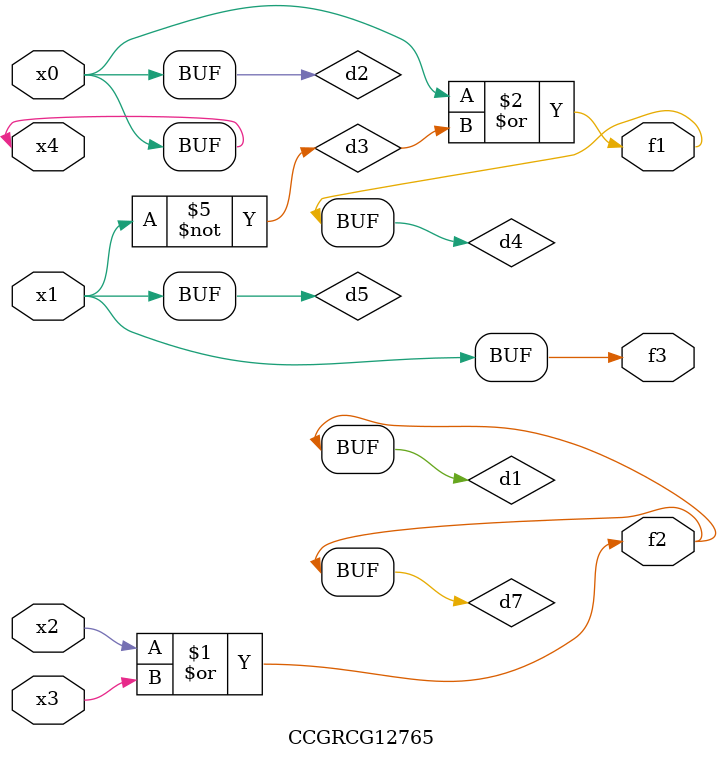
<source format=v>
module CCGRCG12765(
	input x0, x1, x2, x3, x4,
	output f1, f2, f3
);

	wire d1, d2, d3, d4, d5, d6, d7;

	or (d1, x2, x3);
	buf (d2, x0, x4);
	not (d3, x1);
	or (d4, d2, d3);
	not (d5, d3);
	nand (d6, d1, d3);
	or (d7, d1);
	assign f1 = d4;
	assign f2 = d7;
	assign f3 = d5;
endmodule

</source>
